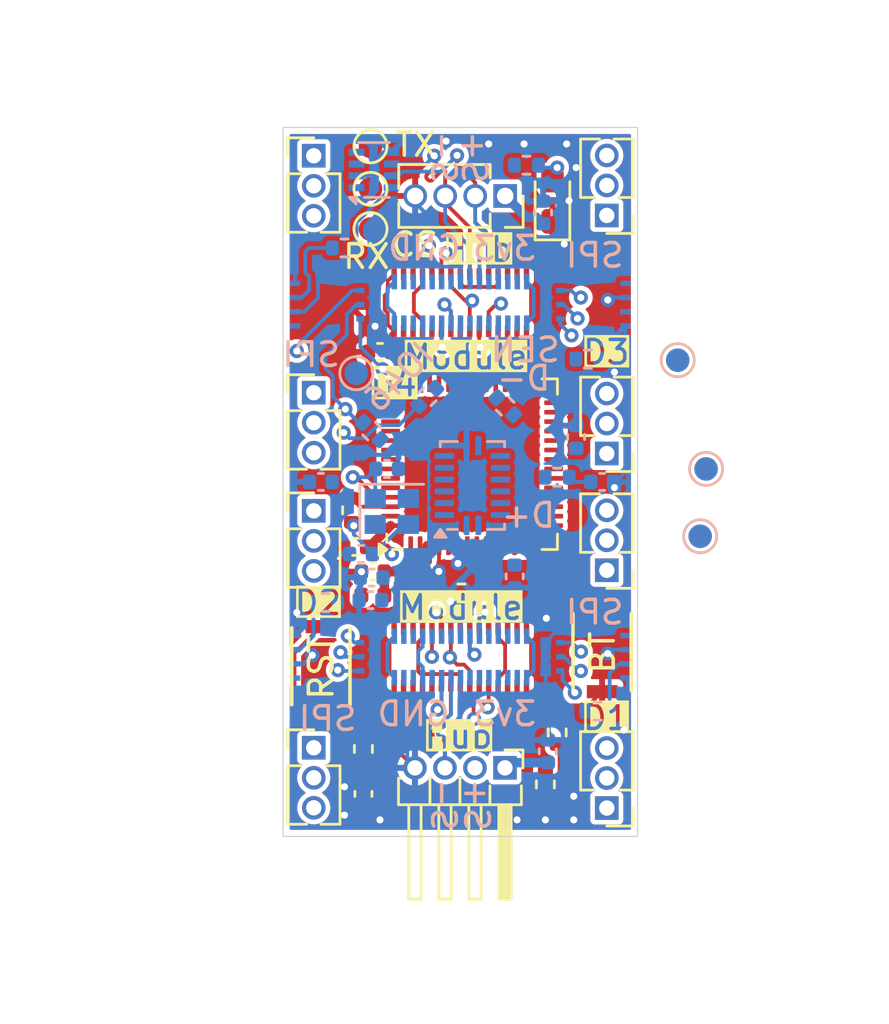
<source format=kicad_pcb>
(kicad_pcb (version 20240108) (generator "pcbnew") (generator_version "8.0")
  (title_block (title "CACKLE - Hub") (date "2024-10-20") (rev "V1") (comment 1 "Licensed under CERN-OHL-S v2") (comment 2 "Author: Asher Edwards"))
  (layers (0 "F.Cu" signal) (1 "In1.Cu" signal) (2 "In2.Cu" signal) (3 "In3.Cu" signal) (4 "In4.Cu" signal) (31 "B.Cu" signal) (34 "B.Paste" user) (35 "F.Paste" user) (36 "B.SilkS" user "B.Silkscreen") (37 "F.SilkS" user "F.Silkscreen") (38 "B.Mask" user) (39 "F.Mask" user) (44 "Edge.Cuts" user))
  (net 0 "")
  (net 1 "VDD")
  (net 2 "GND")
  (net 3 "Net-(C4-Pad1)")
  (net 4 "Net-(U1-XTAL_P)")
  (net 5 "Net-(U1-XTAL_N)")
  (net 6 "NRST")
  (net 7 "Net-(D1-A)")
  (net 8 "1B")
  (net 9 "1A")
  (net 10 "1C")
  (net 11 "1CSA-B")
  (net 12 "1CSA-A")
  (net 13 "MISO1")
  (net 14 "CS1")
  (net 15 "MOSI1")
  (net 16 "SCK1")
  (net 17 "2C")
  (net 18 "2B")
  (net 19 "2A")
  (net 20 "CS2")
  (net 21 "2CSA-B")
  (net 22 "2CSA-A")
  (net 23 "3A")
  (net 24 "3C")
  (net 25 "3B")
  (net 26 "CS3")
  (net 27 "3CSA-B")
  (net 28 "3CSA-A")
  (net 29 "4A")
  (net 30 "4C")
  (net 31 "4B")
  (net 32 "CS4")
  (net 33 "4CSA-B")
  (net 34 "4CSA-A")
  (net 35 "CS8")
  (net 36 "Free1")
  (net 37 "SCL1")
  (net 38 "CS7")
  (net 39 "SDA1")
  (net 40 "CS5")
  (net 41 "CS6")
  (net 42 "Net-(U1-GPIO3)")
  (net 43 "Net-(U1-MTCK)")
  (net 44 "Net-(U1-MTDO)")
  (net 45 "Net-(U1-MTDI)")
  (net 46 "LED")
  (net 47 "RS485-")
  (net 48 "RS485+")
  (net 49 "BOOT")
  (net 50 "ShiftCLK")
  (net 51 "ShiftData")
  (net 52 "UART0-RTS{slash}CS0")
  (net 53 "Net-(U1-GPIO46)")
  (net 57 "ShiftRegCLK")
  (net 58 "ShiftEn")
  (net 59 "UART0_TX")
  (net 62 "UART0_RX")
  (net 68 "Free2")
  (net 69 "Net-(C11-Pad1)")
  (net 87 "unconnected-(J17-Pin_21-Pad21)")
  (footprint "LED_SMD:LED_0603_1608Metric_Pad1.05x0.95mm_HandSolder" (layer "F.Cu") (at 159.3 84.9 90)
    (property "Reference" "D1" (hide yes))
    (property "Value" "2.6~3.1 Fv Green 5ma")
  )
  (footprint "Resistor_SMD:R_0402_1005Metric" (layer "F.Cu") (at 155.45 101.5 180)
    (property "Reference" "R1" (hide yes))
    (property "Value" "100k")
  )
  (footprint "Connector_PinHeader_1.27mm:PinHeader_1x04_P1.27mm_Horizontal" (layer "F.Cu") (at 157.29 108.9 -90)
    (property "Reference" "J22" (hide yes))
    (property "Value" "1.27mm 4 pin header")
  )
  (footprint "Capacitor_SMD:C_0402_1005Metric" (layer "F.Cu") (at 151.3 110 -90)
    (property "Reference" "C13" (hide yes))
    (property "Value" "1uF")
  )
  (footprint "Capacitor_SMD:C_0402_1005Metric" (layer "F.Cu") (at 152 91.3 180)
    (property "Reference" "C10" (hide yes))
    (property "Value" "0.1uF")
  )
  (footprint "TestPoint:TestPoint_Pad_D1.0mm" (layer "F.Cu") (at 151.6 84.4)
    (property "Reference" "TP20" (hide yes))
    (property "Value" "CS0")
  )
  (footprint "Resistor_SMD:R_0402_1005Metric" (layer "F.Cu") (at 159.5 107.4 90)
    (property "Reference" "R8" (hide yes))
    (property "Value" "10k")
  )
  (footprint "Connector_PinHeader_1.27mm:PinHeader_1x03_P1.27mm_Vertical" (layer "F.Cu") (at 149.2 93.025)
    (property "Reference" "J10" (hide yes))
    (property "Value" "1.27mm 3pin socket")
  )
  (footprint "Connector_PinHeader_1.27mm:PinHeader_1x03_P1.27mm_Vertical" (layer "F.Cu") (at 149.2 98.025)
    (property "Reference" "J6" (hide yes))
    (property "Value" "1.27mm 3pin socket")
  )
  (footprint "Capacitor_SMD:C_0402_1005Metric" (layer "F.Cu") (at 151.7 100.6 180)
    (property "Reference" "C4" (hide yes))
    (property "Value" "0.1uF")
  )
  (footprint "TestPoint:TestPoint_Pad_D1.0mm" (layer "F.Cu") (at 151.6 86.1)
    (property "Reference" "TP2" (hide yes))
    (property "Value" "RX")
  )
  (footprint "Connector_PinHeader_1.27mm:PinHeader_1x03_P1.27mm_Vertical" (layer "F.Cu") (at 161.6 110.6 180)
    (property "Reference" "J2" (hide yes))
    (property "Value" "1.27mm 3pin socket")
  )
  (footprint "Misumi switches:R-667995_MIT" (layer "F.Cu") (at 149.5 104.6 90)
    (property "Reference" "SW2" (hide yes))
    (property "Value" "Mitsumi R-667996")
  )
  (footprint "Connector_PinHeader_1.27mm:PinHeader_1x03_P1.27mm_Vertical" (layer "F.Cu") (at 161.6 100.54 180)
    (property "Reference" "J1" (hide yes))
    (property "Value" "1.27mm 3pin socket")
  )
  (footprint "Connector_PinHeader_1.27mm:PinHeader_1x03_P1.27mm_Vertical" (layer "F.Cu") (at 161.6 85.525 180)
    (property "Reference" "J7" (hide yes))
    (property "Value" "1.27mm 3pin socket")
  )
  (footprint "Misumi switches:R-667995_MIT" (layer "F.Cu") (at 161.4 104 90)
    (property "Reference" "SW1" (hide yes))
    (property "Value" "Mitsumi R-667996")
  )
  (footprint "Resistor_SMD:R_0402_1005Metric" (layer "F.Cu") (at 159 109.6 90)
    (property "Reference" "R9" (hide yes))
    (property "Value" "10k")
  )
  (footprint "Inductor_SMD:L_0402_1005Metric" (layer "F.Cu") (at 151.7 101.6 180)
    (property "Reference" "FB1" (hide yes))
    (property "Value" "120ohm imp @100mhz, 1 amp")
  )
  (footprint "Package_DFN_QFN:QFN-56-1EP_7x7mm_P0.4mm_EP4x4mm" (layer "F.Cu") (at 155.9 96.05 90)
    (property "Reference" "U1" (hide yes))
    (property "Value" "ESP32-S3")
  )
  (footprint "Connector_PinHeader_1.27mm:PinHeader_1x03_P1.27mm_Vertical" (layer "F.Cu") (at 149.2 83)
    (property "Reference" "J12" (hide yes))
    (property "Value" "1.27mm 3pin socket")
  )
  (footprint "custom_testpoints:TE_mezzanine_rec_3-2363961-0" (layer "F.Cu") (at 155.4 89.3)
    (property "Reference" "J16" (hide yes))
    (property "Value" "TE 3-2363961-0 receptacle")
  )
  (footprint "Connector_PinSocket_1.27mm:PinSocket_1x04_P1.27mm_Vertical" (layer "F.Cu") (at 157.3 84.7 -90)
    (property "Reference" "J21" (hide yes))
    (property "Value" "1.27mm 4 pin socket")
  )
  (footprint "Resistor_SMD:R_0402_1005Metric" (layer "F.Cu") (at 151.3 108.1 90)
    (property "Reference" "R7" (hide yes))
    (property "Value" "10k")
  )
  (footprint "Resistor_SMD:R_0402_1005Metric" (layer "F.Cu") (at 150.8 98 90)
    (property "Reference" "R6" (hide yes))
    (property "Value" "22 ohm")
  )
  (footprint "Connector_PinHeader_1.27mm:PinHeader_1x03_P1.27mm_Vertical" (layer "F.Cu") (at 149.2 108.05)
    (property "Reference" "J4" (hide yes))
    (property "Value" "1.27mm 3pin socket")
  )
  (footprint "Connector_PinHeader_1.27mm:PinHeader_1x03_P1.27mm_Vertical" (layer "F.Cu") (at 161.6 95.6 180)
    (property "Reference" "J9" (hide yes))
    (property "Value" "1.27mm 3pin socket")
  )
  (footprint "Capacitor_SMD:C_0402_1005Metric" (layer "F.Cu") (at 150.95 99.55)
    (property "Reference" "C6" (hide yes))
    (property "Value" "0.1uF")
  )
  (footprint "TestPoint:TestPoint_Pad_D1.0mm" (layer "F.Cu") (at 151.6 82.6)
    (property "Reference" "TP3" (hide yes))
    (property "Value" "TX")
  )
  (footprint "custom_testpoints:TE_mezzanine_rec_3-2363961-0" (layer "F.Cu") (at 155.4 104.3)
    (property "Reference" "J13" (hide yes))
    (property "Value" "TE 3-2363961-0 receptacle")
  )
  (footprint "Resistor_SMD:R_0402_1005Metric" (layer "B.Cu") (at 158.2 83.4)
    (property "Reference" "R10" (hide yes))
    (property "Value" "80.6 ohm")
  )
  (footprint "Capacitor_SMD:C_0402_1005Metric" (layer "B.Cu") (at 158.9 85.4 90)
    (property "Reference" "C1" (hide yes))
    (property "Value" "22uF")
  )
  (footprint "Package_DFN_QFN:DHVQFN-16-1EP_2.5x3.5mm_P0.5mm_EP1x2mm" (layer "B.Cu") (at 155.9125 96.95)
    (property "Reference" "U2" (hide yes))
    (property "Value" "74HC595")
  )
  (footprint "Capacitor_SMD:C_0402_1005Metric" (layer "B.Cu") (at 149.5 96.8)
    (property "Reference" "C9" (hide yes))
    (property "Value" "1uF")
  )
  (footprint "Capacitor_SMD:C_0402_1005Metric" (layer "B.Cu") (at 151.65 100.85 180)
    (property "Reference" "C2" (hide yes))
    (property "Value" "1uF")
  )
  (footprint "Resistor_SMD:R_0402_1005Metric" (layer "B.Cu") (at 157.3 93.6 -45)
    (property "Reference" "R3" (hide yes))
    (property "Value" "33ohm")
  )
  (footprint "Capacitor_SMD:C_0402_1005Metric" (layer "B.Cu") (at 152.3 96.25)
    (property "Reference" "C12" (hide yes))
    (property "Value" "12pF")
  )
  (footprint "Crystal:Crystal_SMD_2016-4Pin_2.0x1.6mm" (layer "B.Cu") (at 152.5 98.05)
    (property "Reference" "Y1" (hide yes))
    (property "Value" "ABM11-40.000MHZ-B1U-T3, 10ppm, 10pF")
  )
  (footprint "TestPoint:TestPoint_Pad_D1.0mm" (layer "B.Cu") (at 151 92.2 180)
    (property "Reference" "TP4" (hide yes))
    (property "Value" "IO46")
  )
  (footprint "custom_testpoints:TE_mezzanine_conn_3-2363962-0" (layer "B.Cu") (at 155.4 104.2 180)
    (property "Reference" "J14" (hide yes))
    (property "Value" "TE 3-2363962-0 Connector" (hide yes))
  )
  (footprint "Capacitor_SMD:C_0402_1005Metric" (layer "B.Cu") (at 160.3 94.9 90)
    (property "Reference" "C7" (hide yes))
    (property "Value" "1uF")
  )
  (footprint "Resistor_SMD:R_0402_1005Metric" (layer "B.Cu") (at 150.5 86.9 180)
    (property "Reference" "R20" (hide yes))
    (property "Value" "10k")
  )
  (footprint "Resistor_SMD:R_0402_1005Metric" (layer "B.Cu") (at 154 93.2 -135)
    (property "Reference" "R4" (hide yes))
    (property "Value" "33ohm")
  )
  (footprint "TestPoint:TestPoint_Pad_D1.0mm" (layer "B.Cu") (at 165.8 96.25 180)
    (property "Reference" "TP14" (hide yes))
    (property "Value" "SER")
  )
  (footprint "custom_Interface_HID:fpc_7pin_0.3mm_connector Panasonic" (layer "B.Cu") (at 149.7 89.3 90)
    (property "Reference" "J11" (hide yes))
    (property "Value" "7 pin FPC 0.3mm Panasonic Y3b")
  )
  (footprint "Capacitor_SMD:C_0402_1005Metric" (layer "B.Cu") (at 157.7 100.8 -90)
    (property "Reference" "C8" (hide yes))
    (property "Value" "0.1uF")
  )
  (footprint "Capacitor_SMD:C_0402_1005Metric" (layer "B.Cu") (at 151.2 99.85 180)
    (property "Reference" "C11" (hide yes))
    (property "Value" "12pF")
  )
  (footprint "custom_testpoints:TE_mezzanine_conn_3-2363962-0" (layer "B.Cu") (at 155.4 89.2 180)
    (property "Reference" "J17" (hide yes))
    (property "Value" "TE 3-2363962-0 Connector" (hide yes))
  )
  (footprint "TestPoint:TestPoint_Pad_D1.0mm" (layer "B.Cu") (at 164.6 91.65 180)
    (property "Reference" "TP1" (hide yes))
    (property "Value" "S-EN")
  )
  (footprint "Resistor_SMD:R_0402_1005Metric" (layer "B.Cu") (at 160.8 91.6)
    (property "Reference" "R19" (hide yes))
    (property "Value" "10k")
  )
  (footprint "custom_Interface_HID:fpc_7pin_0.3mm_connector Panasonic" (layer "B.Cu") (at 161.1 89.3 -90)
    (property "Reference" "J8" (hide yes))
    (property "Value" "7 pin FPC 0.3mm Panasonic Y3b")
  )
  (footprint "TestPoint:TestPoint_Pad_D1.0mm" (layer "B.Cu") (at 165.55 99.1 180)
    (property "Reference" "TP12" (hide yes))
    (property "Value" "SRCLK")
  )
  (footprint "Capacitor_SMD:C_0402_1005Metric" (layer "B.Cu") (at 159.1 108.2 90)
    (property "Reference" "C14" (hide yes))
    (property "Value" "22uF")
  )
  (footprint "Resistor_SMD:R_0402_1005Metric" (layer "B.Cu") (at 159.5 96.6)
    (property "Reference" "R11" (hide yes))
    (property "Value" "10k")
  )
  (footprint "Package_TO_SOT_SMD:SOT-583-8" (layer "B.Cu") (at 151.75 83.6)
    (property "Reference" "U3" (hide yes))
    (property "Value" "THVD1420DRLR")
  )
  (footprint "Resistor_SMD:R_0402_1005Metric" (layer "B.Cu") (at 149.7 101.9 180)
    (property "Reference" "R18" (hide yes))
    (property "Value" "10k")
  )
  (footprint "custom_Interface_HID:fpc_7pin_0.3mm_connector Panasonic" (layer "B.Cu") (at 149.7 104.2 90)
    (property "Reference" "J5" (hide yes))
    (property "Value" "7 pin FPC 0.3mm Panasonic Y3b")
  )
  (footprint "Capacitor_SMD:C_0402_1005Metric" (layer "B.Cu") (at 161.4 96.8)
    (property "Reference" "C5" (hide yes))
    (property "Value" "0.1uF")
  )
  (footprint "Resistor_SMD:R_0402_1005Metric" (layer "B.Cu") (at 161.21 106.5)
    (property "Reference" "R2" (hide yes))
    (property "Value" "10k")
  )
  (footprint "Capacitor_SMD:C_0402_1005Metric" (layer "B.Cu") (at 151.6 101.8 180)
    (property "Reference" "C3" (hide yes))
    (property "Value" "0.1uF")
  )
  (footprint "custom_Interface_HID:fpc_7pin_0.3mm_connector Panasonic" (layer "B.Cu") (at 161.1 104.2 -90)
    (property "Reference" "J3" (hide yes))
    (property "Value" "7 pin FPC 0.3mm Panasonic Y3b")
  )
  (footprint "Resistor_SMD:R_0402_1005Metric" (layer "B.Cu") (at 151.65 94.65 135)
    (property "Reference" "R5" (hide yes))
    (property "Value" "33ohm")
  )
  (gr_rect (start 147.9 81.8) (end 162.9 111.8) (stroke (width 0.05)) (fill none) (layer "Edge.Cuts"))
  (gr_text "S-" (at 154.1 84.25 -90) (layer "B.SilkS") (effects (font (size 1 1)) (justify left bottom mirror)))
  (gr_text "SPI" (at 162.4 87.8 0) (layer "B.SilkS") (effects (font (size 1 1)) (justify left bottom mirror)))
  (gr_text "SPI" (at 150.4 92 0) (layer "B.SilkS") (effects (font (size 1 1)) (justify left bottom mirror)))
  (gr_text "D-" (at 159.3 93 0) (layer "B.SilkS") (effects (font (size 1 1)) (justify left bottom mirror)))
  (gr_text "GND" (at 155.5 87.5 0) (layer "B.SilkS") (effects (font (size 1 1)) (justify left bottom mirror)))
  (gr_text "S+" (at 155.4 84.25 -90) (layer "B.SilkS") (effects (font (size 1 1)) (justify left bottom mirror)))
  (gr_text "3v3" (at 158.7 87.5 -0) (layer "B.SilkS") (effects (font (size 1 1)) (justify left bottom mirror)))
  (gr_text "SPI" (at 151.1 107.4 0) (layer "B.SilkS") (effects (font (size 1 1)) (justify left bottom mirror)))
  (gr_text "SPI" (at 162.4 102.9 0) (layer "B.SilkS") (effects (font (size 1 1)) (justify left bottom mirror)))
  (gr_text "3v3" (at 158.7 107.2 0) (layer "B.SilkS") (effects (font (size 1 1)) (justify left bottom mirror)))
  (gr_text "IO46" (at 154.5 91.5 45) (layer "B.SilkS") (effects (font (size 1 1)) (justify left bottom mirror)))
  (gr_text "GND" (at 151.8 107.2 0) (layer "B.SilkS") (effects (font (size 1 1)) (justify right bottom mirror)))
  (gr_text "D+" (at 159.5 98.8 0) (layer "B.SilkS") (effects (font (size 1 1)) (justify left bottom mirror)))
  (gr_text "S-" (at 154.1 111.65 -90) (layer "B.SilkS") (effects (font (size 1 1)) (justify left bottom mirror)))
  (gr_text "S+" (at 155.5 111.65 -90) (layer "B.SilkS") (effects (font (size 1 1)) (justify left bottom mirror)))
  (gr_text "SEN" (at 159.7 91.8 0) (layer "B.SilkS") (effects (font (size 1 1)) (justify left bottom mirror)))
  (gr_text "D2" (at 148.3 102.5 0) (layer "F.SilkS" knockout) (effects (font (size 1 1)) (justify left bottom)))
  (gr_text "CS" (at 152.4 87.35 0) (layer "F.SilkS") (effects (font (size 1 1)) (justify left bottom)))
  (gr_text "Hub" (at 153.8 108.15 0) (layer "F.SilkS" knockout) (effects (font (size 1 1)) (justify left bottom)))
  (gr_text "D3" (at 160.5 91.9 0) (layer "F.SilkS" knockout) (effects (font (size 1 1)) (justify left bottom)))
  (gr_text "D1" (at 160.49 107.365 0) (layer "F.SilkS" knockout) (effects (font (size 1 1)) (justify left bottom)))
  (gr_text "Hub" (at 154.65 87.55 0) (layer "F.SilkS" knockout) (effects (font (size 1 1)) (justify left bottom)))
  (gr_text "BT" (at 162 105 90) (layer "F.SilkS") (effects (font (size 1 1)) (justify left bottom)))
  (gr_text "RX" (at 150.35 87.85 0) (layer "F.SilkS") (effects (font (size 1 1)) (justify left bottom)))
  (gr_text "Module" (at 152.7 102.7 0) (layer "F.SilkS" knockout) (effects (font (size 1 1)) (justify left bottom)))
  (gr_text "D4" (at 151.5 93.25 0) (layer "F.SilkS" knockout) (effects (font (size 1 1)) (justify left bottom)))
  (gr_text "Module" (at 152.9 92.1 0) (layer "F.SilkS" knockout) (effects (font (size 1 1)) (justify left bottom)))
  (gr_text "TX" (at 152.55 83.1 0) (layer "F.SilkS") (effects (font (size 1 1)) (justify left bottom)))
  (gr_text "RST" (at 150.1 106.1 90) (layer "F.SilkS") (effects (font (size 1 1)) (justify left bottom)))
  (segment (start 152.506838 99.856838) (end 152.2 99.55) (width 0.4) (layer "F.Cu") (net 1))
  (segment (start 152.2 89.52402) (end 152.2 88.91598) (width 0.16) (layer "F.Cu") (net 1))
  (segment (start 159.5 107.91) (end 159.6 108.01) (width 0.16) (layer "F.Cu") (net 1))
  (segment (start 152.2 99.55) (end 151.43 99.55) (width 0.4) (layer "F.Cu") (net 1))
  (segment (start 152.33 88.29) (end 152.6 88.02) (width 0.16) (layer "F.Cu") (net 1))
  (segment (start 151.22 101.595) (end 151.215 101.6) (width 0.4) (layer "F.Cu") (net 1))
  (segment (start 152.48 91.3) (end 152.48 90.54) (width 0.16) (layer "F.Cu") (net 1))
  (segment (start 152.6 90.42) (end 152.33 90.15) (width 0.16) (layer "F.Cu") (net 1))
  (segment (start 152.33 88.78598) (end 152.33 88.29) (width 0.16) (layer "F.Cu") (net 1))
  (segment (start 152.2 88.91598) (end 152.33 88.78598) (width 0.16) (layer "F.Cu") (net 1))
  (segment (start 151.43 99.55) (end 151.55 99.55) (width 0.4) (layer "F.Cu") (net 1))
  (segment (start 152.6 87.92402) (end 152.6 88.02) (width 0.16) (layer "F.Cu") (net 1))
  (segment (start 152.48 90.54) (end 152.6 90.42) (width 0.16) (layer "F.Cu") (net 1))
  (segment (start 151.55 99.55) (end 152.45 98.65) (width 0.4) (layer "F.Cu") (net 1))
  (segment (start 152.33 90.15) (end 152.33 89.65402) (width 0.16) (layer "F.Cu") (net 1))
  (segment (start 159.6 109.51) (end 159.005 110.105) (width 0.16) (layer "F.Cu") (net 1))
  (segment (start 159 110.11) (end 159.005 110.105) (width 0.16) (layer "F.Cu") (net 1))
  (segment (start 159.6 108.01) (end 159.6 109.51) (width 0.16) (layer "F.Cu") (net 1))
  (segment (start 152.33 89.65402) (end 152.2 89.52402) (width 0.16) (layer "F.Cu") (net 1))
  (via (at 152.506838 99.856838) (size 0.6) (drill 0.3) (layers "F.Cu" "B.Cu") (net 1))
  (segment (start 152.315 104.785) (end 152.61 105.08) (width 0.16) (layer "B.Cu") (net 1))
  (segment (start 151.01 85.83) (end 151.01 86.9) (width 0.16) (layer "B.Cu") (net 1))
  (segment (start 158.9 85.88) (end 158.935381 85.844619) (width 0.4) (layer "B.Cu") (net 1))
  (segment (start 157.3 84.7) (end 158.2 85.6) (width 0.4) (layer "B.Cu") (net 1))
  (segment (start 157.51 108.68) (end 159.1 108.68) (width 0.4) (layer "B.Cu") (net 1))
  (segment (start 152.315 89.393844) (end 152.315 88.625) (width 0.16) (layer "B.Cu") (net 1))
  (segment (start 159.005 108.775) (end 159.1 108.68) (width 0.16) (layer "B.Cu") (net 1))
  (segment (start 152.61 90.08) (end 152.61 89.688844) (width 0.16) (layer "B.Cu") (net 1))
  (segment (start 158.21 90.08) (end 158.5 89.79) (width 0.16) (layer "B.Cu") (net 1))
  (segment (start 160.92 96.8) (end 160.21 96.8) (width 0.16) (layer "B.Cu") (net 1))
  (segment (start 158.5 103.62) (end 158.5 104.79) (width 0.16) (layer "B.Cu") (net 1))
  (segment (start 152.49 84.35) (end 151.01 85.83) (width 0.16) (layer "B.Cu") (net 1))
  (segment (start 158.62 85.6) (end 158.9 85.88) (width 0.4) (layer "B.Cu") (net 1))
  (segment (start 158.2 85.6) (end 158.62 85.6) (width 0.4) (layer "B.Cu") (net 1))
  (segment (start 157.29 108.9) (end 157.51 108.68) (width 0.4) (layer "B.Cu") (net 1))
  (segment (start 158.5 89.79) (end 158.5 88.62) (width 0.16) (layer "B.Cu") (net 1))
  (segment (start 158.9 85.88) (end 158.78 85.88) (width 0.16) (layer "B.Cu") (net 1))
  (segment (start 160.21 96.8) (end 160.01 96.6) (width 0.16) (layer "B.Cu") (net 1))
  (segment (start 152.315 88.625) (end 152.61 88.33) (width 0.16) (layer "B.Cu") (net 1))
  (segment (start 152.61 89.688844) (end 152.315 89.393844) (width 0.16) (layer "B.Cu") (net 1))
  (segment (start 152.315 103.625) (end 152.315 104.785) (width 0.16) (layer "B.Cu") (net 1))
  (segment (start 152.61 103.33) (end 152.315 103.625) (width 0.16) (layer "B.Cu") (net 1))
  (segment (start 158.21 103.33) (end 158.5 103.62) (width 0.16) (layer "B.Cu") (net 1))
  (segment (start 158.5 104.79) (end 158.21 105.08) (width 0.16) (layer "B.Cu") (net 1))
  (segment (start 158.5 88.62) (end 158.21 88.33) (width 0.16) (layer "B.Cu") (net 1))
  (segment (start 153.62 103.58) (end 153.62 104.82) (width 0.16) (layer "F.Cu") (net 2))
  (segment (start 153.48 109.68) (end 153.48 108.9) (width 0.16) (layer "F.Cu") (net 2))
  (segment (start 155.4 88.4) (end 155.55 88.55) (width 0.16) (layer "F.Cu") (net 2))
  (segment (start 155.55 88.55) (end 156.88 88.55) (width 0.16) (layer "F.Cu") (net 2))
  (segment (start 159.2 105.67) (end 159.2 105.22) (width 0.16) (layer "F.Cu") (net 2))
  (segment (start 155.4 105.42) (end 155.4 104.975) (width 0.16) (layer "F.Cu") (net 2))
  (segment (start 153.49 86.125) (end 153.49 84.7) (width 0.16) (layer "F.Cu") (net 2))
  (segment (start 153.8 88.02) (end 153.8 88.465) (width 0.16) (layer "F.Cu") (net 2))
  (segment (start 153.845 104.93) (end 153.8 104.975) (width 0.16) (layer "F.Cu") (net 2))
  (segment (start 155.4 104.975) (end 155.355 104.93) (width 0.16) (layer "F.Cu") (net 2))
  (segment (start 151.793613 90.212371) (end 151.52 90.485984) (width 0.16) (layer "F.Cu") (net 2))
  (segment (start 149.5 106.2764) (end 149.839546 106.2764) (width 0.16) (layer "F.Cu") (net 2))
  (segment (start 153.62 104.82) (end 153.8 105) (width 0.16) (layer "F.Cu") (net 2))
  (segment (start 157 91.2) (end 157 90.42) (width 0.16) (layer "F.Cu") (net 2))
  (segment (start 157.04 105.998819) (end 157.04 106.001664) (width 0.16) (layer "F.Cu") (net 2))
  (segment (start 153.8 88.465) (end 153.435924 88.829076) (width 0.16) (layer "F.Cu") (net 2))
  (segment (start 153.49 87.071768) (end 153.49 86.125) (width 0.16) (layer "F.Cu") (net 2))
  (segment (start 151.6 88.22) (end 151.6 90.22) (width 0.4) (layer "F.Cu") (net 2))
  (segment (start 153.8 105.856568) (end 153.41577 106.240798) (width 0.16) (layer "F.Cu") (net 2))
  (segment (start 157 103.4) (end 157.296039 103.696039) (width 0.16) (layer "F.Cu") (net 2))
  (segment (start 155.399163 106.300837) (end 155.399163 107.12225) (width 0.16) (layer "F.Cu") (net 2))
  (segment (start 158.4 91.2) (end 157 91.2) (width 0.16) (layer "F.Cu") (net 2))
  (segment (start 149.136282 105.912682) (end 149.5 106.2764) (width 0.16) (layer "F.Cu") (net 2))
  (segment (start 155.256458 91.643542) (end 155.4 91.5) (width 0.16) (layer "F.Cu") (net 2))
  (segment (start 154.055916 91.135672) (end 154.055916 91.287218) (width 0.16) (layer "F.Cu") (net 2))
  (segment (start 153.8 90.42) (end 153.8 90.879756) (width 0.16) (layer "F.Cu") (net 2))
  (segment (start 153.435924 88.829076) (end 153.435924 89.610924) (width 0.16) (layer "F.Cu") (net 2))
  (segment (start 153.8 89.975) (end 153.8 90.42) (width 0.16) (layer "F.Cu") (net 2))
  (segment (start 159.2 102.731126) (end 159.2 103.22) (width 0.2) (layer "F.Cu") (net 2))
  (segment (start 153.8 105) (end 153.8 105.42) (width 0.16) (layer "F.Cu") (net 2))
  (segment (start 157 88.43) (end 157 88.02) (width 0.16) (layer "F.Cu") (net 2))
  (segment (start 155.4 106.3) (end 155.399163 106.300837) (width 0.16) (layer "F.Cu") (net 2))
  (segment (start 153.435924 89.610924) (end 153.8 89.975) (width 0.16) (layer "F.Cu") (net 2))
  (segment (start 155.815891 91.5) (end 155.964249 91.648358) (width 0.16) (layer "F.Cu") (net 2))
  (segment (start 157.296039 103.696039) (end 157.296039 104.803961) (width 0.16) (layer "F.Cu") (net 2))
  (segment (start 155.399163 107.12225) (end 155.696913 107.42) (width 0.16) (layer "F.Cu") (net 2))
  (segment (start 155.4 91.5) (end 155.815891 91.5) (width 0.16) (layer "F.Cu") (net 2))
  (segment (start 155.4 105.42) (end 155.4 106.3) (width 0.16) (layer "F.Cu") (net 2))
  (segment (start 149.136282 104.132393) (end 149.136282 105.912682) (width 0.16) (layer "F.Cu") (net 2))
  (segment (start 151.17 100.85) (end 151.37 100.65) (width 0.2) (layer "F.Cu") (net 2))
  (segment (start 156.88 88.55) (end 157 88.43) (width 0.16) (layer "F.Cu") (net 2))
  (segment (start 156.8 91.4) (end 157 91.2) (width 0.16) (layer "F.Cu") (net 2))
  (segment (start 153.8 103.4) (end 153.62 103.58) (width 0.16) (layer "F.Cu") (net 2))
  (segment (start 157 105.1) (end 157 105.42) (width 0.16) (layer "F.Cu") (net 2))
  (segment (start 158.1 107.45) (end 158.1 110) (width 0.16) (layer "F.Cu") (net 2))
  (segment (start 155.025 86.125) (end 153.49 86.125) (width 0.16) (layer "F.Cu") (net 2))
  (segment (start 157.296039 104.803961) (end 157 105.1) (width 0.16) (layer "F.Cu") (net 2))
  (segment (start 155.4 86.5) (end 155.025 86.125) (width 0.16) (layer "F.Cu") (net 2))
  (segment (start 149.839546 106.2764) (end 149.859999 106.255947) (width 0.16) (layer "F.Cu") (net 2))
  (segment (start 156.88 107.42) (end 157.2 107.1) (width 0.16) (layer "F.Cu") (net 2))
  (segment (start 155.964249 91.648358) (end 156.551642 91.648358) (width 0.16) (layer "F.Cu") (net 2))
  (segment (start 157 103.02) (end 157 103.4) (width 0.16) (layer "F.Cu") (net 2))
  (segment (start 153.41577 106.38423) (end 152.945531 106.854469) (width 0.16) (layer "F.Cu") (net 2))
  (segment (start 160.819932 106.256468) (end 159.786468 106.256468) (width 0.16) (layer "F.Cu") (net 2))
  (segment (start 154.055916 91.287218) (end 154.41224 91.643542) (width 0.16) (layer "F.Cu") (net 2))
  (segment (start 154.41224 91.643542) (end 155.256458 91.643542) (width 0.16) (layer "F.Cu") (net 2))
  (segment (start 153.41577 106.240798) (end 153.41577 106.38423) (width 0.16) (layer "F.Cu") (net 2))
  (segment (start 157.2 106.161664) (end 157.2 107.1) (width 0.16) (layer "F.Cu") (net 2))
  (segment (start 155.4 88.02) (end 155.4 86.5) (width 0.16) (layer "F.Cu") (net 2))
  (segment (start 151.785984 90.22) (end 151.6 90.22) (width 0.16) (layer "F.Cu") (net 2))
  (segment (start 158.1 110) (end 153.8 110) (width 0.16) (layer "F.Cu") (net 2))
  (segment (start 158.049918 107.399918) (end 158.1 107.45) (width 0.16) (layer "F.Cu") (net 2))
  (segment (start 155.696913 107.42) (end 156.88 107.42) (width 0.16) (layer "F.Cu") (net 2))
  (segment (start 159.04 102.571126) (end 159.2 102.731126) (width 0.2) (layer "F.Cu") (net 2))
  (segment (start 154.982015 101.859847) (end 155.047277 101.794585) (width 0.16) (layer "F.Cu") (net 2))
  (segment (start 155.355 104.93) (end 153.845 104.93) (width 0.16) (layer "F.Cu") (net 2))
  (segment (start 153.8 104.975) (end 153.8 105.42) (width 0.16) (layer "F.Cu") (net 2))
  (segment (start 159.2 90.22) (end 159.2 90.4) (width 0.16) (layer "F.Cu") (net 2))
  (segment (start 157.04 106.001664) (end 157.2 106.161664) (width 0.16) (layer "F.Cu") (net 2))
  (segment (start 157 105.42) (end 157 105.958819) (width 0.16) (layer "F.Cu") (net 2))
  (segment (start 151.793613 90.212371) (end 151.785984 90.22) (width 0.16) (layer "F.Cu") (net 2))
  (segment (start 151.52 90.485984) (end 151.52 91.3) (width 0.16) (layer "F.Cu") (net 2))
  (segment (start 154.982015 101.859847) (end 155.4 102.277832) (width 0.16) (layer "F.Cu") (net 2))
  (segment (start 155.4 102.277832) (end 155.4 103.02) (width 0.16) (layer "F.Cu") (net 2))
  (segment (start 153.8 110) (end 153.48 109.68) (width 0.16) (layer "F.Cu") (net 2))
  (segment (start 153.8 103.4) (end 153.8 103.02) (width 0.16) (layer "F.Cu") (net 2))
  (segment (start 152.945531 108.365531) (end 153.48 108.9) (width 0.16) (layer "F.Cu") (net 2))
  (segment (start 156.551642 91.648358) (end 156.8 91.4) (width 0.16) (layer "F.Cu") (net 2))
  (segment (start 159.2 90.4) (end 158.4 91.2) (width 0.16) (layer "F.Cu") (net 2))
  (segment (start 153.8 87.381768) (end 153.49 87.071768) (width 0.16) (layer "F.Cu") (net 2))
  (segment (start 153.8 105.42) (end 153.8 105.856568) (width 0.16) (layer "F.Cu") (net 2))
  (segment (start 155.4 88.02) (end 155.4 88.4) (width 0.16) (layer "F.Cu") (net 2))
  (segment (start 152.945531 106.854469) (end 152.945531 108.365531) (width 0.16) (layer "F.Cu") (net 2))
  (segment (start 157 105.958819) (end 157.04 105.998819) (width 0.16) (layer "F.Cu") (net 2))
  (segment (start 157.499918 107.399918) (end 158.049918 107.399918) (width 0.16) (layer "F.Cu") (net 2))
  (segment (start 157.2 107.1) (end 157.499918 107.399918) (width 0.16) (layer "F.Cu") (net 2))
  (segment (start 159.786468 106.256468) (end 159.2 105.67) (width 0.16) (layer "F.Cu") (net 2))
  (segment (start 153.8 88.02) (end 153.8 87.381768) (width 0.16) (layer "F.Cu") (net 2))
  (segment (start 161.4 105.6764) (end 160.819932 106.256468) (width 0.16) (layer "F.Cu") (net 2))
  (segment (start 155.4 90.42) (end 155.4 91.5) (width 0.16) (layer "F.Cu") (net 2))
  (segment (start 153.8 90.879756) (end 154.055916 91.135672) (width 0.16) (layer "F.Cu") (net 2))
  (via (at 160.2 110.1) (size 0.6) (drill 0.3) (layers "F.Cu" "B.Cu") (net 2))
  (via (at 160.3 83.5) (size 0.6) (drill 0.3) (layers "F.Cu" "B.Cu") (net 2))
  (via (at 161.64 89.1) (size 0.6) (drill 0.3) (layers "F.Cu" "B.Cu") (net 2))
  (via (at 159.04 102.571126) (size 0.6) (drill 0.3) (layers "F.Cu" "B.Cu") (net 2))
  (via (at 161.922884 97.04) (size 0.6) (drill 0.3) (layers "F.Cu" "B.Cu") (net 2))
  (via (at 159 111.1) (size 0.6) (drill 0.3) (layers "F.Cu" "B.Cu") (net 2))
  (via (at 148.48 102.331717) (size 0.6) (drill 0.3) (layers "F.Cu" "B.Cu") (net 2))
  (via (at 151.793613 90.212371) (size 0.6) (drill 0.3) (layers "F.Cu" "B.Cu") (net 2))
  (via (at 160.2 111.1) (size 0.6) (drill 0.3) (layers "F.Cu" "B.Cu") (net 2))
  (via (at 154.8 82.38) (size 0.6) (drill 0.3) (layers "F.Cu" "B.Cu") (net 2))
  (via (at 158.1 82.5) (size 0.6) (drill 0.3) (layers "F.Cu" "B.Cu") (net 2))
  (via (at 161.922884 92.155925) (size 0.6) (drill 0.3) (layers "F.Cu" "B.Cu") (net 2))
  (via (at 154.982015 101.859847) (size 0.6) (drill 0.3) (layers "F.Cu" "B.Cu") (net 2))
  (via (at 150.5 110.9) (size 0.6) (drill 0.3) (layers "F.Cu" "B.Cu") (net 2))
  (via (at 157.8 111.1) (size 0.6) (drill 0.3) (layers "F.Cu" "B.Cu") (net 2))
  (via (at 156.6 82.5) (size 0.6) (drill 0.3) (layers "F.Cu" "B.Cu") (net 2))
  (via (at 149.136282 104.132393) (size 0.6) (drill 0.3) (layers "F.Cu" "B.Cu") (net 2))
  (via (at 162.32 107.3) (size 0.6) (drill 0.3) (layers "F.Cu" "B.Cu") (net 2))
  (via (at 152 111.1) (size 0.6) (drill 0.3) (layers "F.Cu" "B.Cu") (net 2))
  (via (at 159.8 86.73) (size 0.6) (drill 0.3) (layers "F.Cu" "B.Cu") (net 2))
  (via (at 160 84.9) (size 0.6) (drill 0.3) (layers "F.Cu" "B.Cu") (net 2))
  (via (at 151.22 100.6) (size 0.6) (drill 0.3) (layers "F.Cu" "B.Cu") (net 2))
  (via (at 150.5 109.7) (size 0.6) (drill 0.3) (layers "F.Cu" "B.Cu") (net 2))
  (via (at 161.64 104.060001) (size 0.6) (drill 0.3) (layers "F.Cu" "B.Cu") (net 2))
  (via (at 159.9 82.5) (size 0.6) (drill 0.3) (layers "F.Cu" "B.Cu") (net 2))
  (segment (start 153.725 105.765883) (end 153.725 105.865883) (width 0.16) (layer "B.Cu") (net 2))
  (segment (start 151.793613 90.396871) (end 153.041922 91.64518) (width 0.16) (layer "B.Cu") (net 2))
  (segment (start 155.4 91.1) (end 155.988358 91.688358) (width 0.16) (layer "B.Cu") (net 2))
  (segment (start 155.37 106.13) (end 155.37 107.04078) (width 0.16) (layer "B.Cu") (net 2))
  (segment (start 154.982015 101.859847) (end 155.41 102.287832) (width 0.16) (layer "B.Cu") (net 2))
  (segment (start 156.8 101.28) (end 157.7 101.28) (width 0.16) (layer "B.Cu") (net 2))
  (segment (start 153.903621 91.2) (end 153.951811 91.248189) (width 0.16) (layer "B.Cu") (net 2))
  (segment (start 161.922884 97.04) (end 161.922884 96.837116) (width 0.16) (layer "B.Cu") (net 2))
  (segment (start 153.951811 91.248189) (end 154.387163 91.683542) (width 0.16) (layer "B.Cu") (net 2))
  (segment (start 153.81 104.630244) (end 153.62 104.440244) (width 0.16) (layer "B.Cu") (net 2))
  (segment (start 159.98 84.92) (end 160 84.9) (width 0.16) (layer "B.Cu") (net 2))
  (segment (start 156.484737 91.688358) (end 157 91.173095) (width 0.16) (layer "B.Cu") (net 2))
  (segment (start 153.81 88.33) (end 153.81 87.360244) (width 0.16) (layer "B.Cu") (net 2))
  (segment (start 153.55482 91.64518) (end 153.951811 91.248189) (width 0.16) (layer "B.Cu") (net 2))
  (segment (start 156.7 107.42) (end 158.077089 107.42) (width 0.16) (layer "B.Cu") (net 2))
  (segment (start 153.81 90.889756) (end 153.9 90.979756) (width 0.16) (layer "B.Cu") (net 2))
  (segment (start 157.01 90.505) (end 157.01 90.08) (width 0.16) (layer "B.Cu") (net 2))
  (segment (start 151.81 104.77) (end 151.81 103.64) (width 0.4) (layer "B.Cu") (net 2))
  (segment (start 155.41 86.90508) (end 153.49 84.98508) (width 0.16) (layer "B.Cu") (net 2))
  (segment (start 153.81 90.08) (end 153.81 90.889756) (width 0.16) (layer "B.Cu") (net 2))
  (segment (start 157 91.387733) (end 157.339756 91.727489) (width 0.16) (layer "B.Cu") (net 2))
  (segment (start 161.922884 92.155925) (end 162.39 91.688809) (width 0.16) (layer "B.Cu") (net 2))
  (segment (start 153.9 90.979756) (end 153.9 91.2) (width 0.16) (layer "B.Cu") (net 2))
  (segment (start 156.78 107.42) (end 157.2 107) (width 0.16) (layer "B.Cu") (net 2))
  (segment (start 153.81 105.08) (end 153.81 105.680883) (width 0.16) (layer "B.Cu") (net 2))
  (segment (start 157 91.1) (end 157 90.515) (width 0.16) (layer "B.Cu") (net 2))
  (segment (start 155.37 107.04078) (end 155.74922 107.42) (width 0.16) (layer "B.Cu") (net 2))
  (segment (start 157.2 106.031665) (end 157.01 105.841665) (width 0.16) (layer "B.Cu") (net 2))
  (segment (start 153.49 86.01) (end 153.49 84.7) (width 0.16) (layer "B.Cu") (net 2))
  (segment (start 158.9 84.92) (end 159.98 84.92) (width 0.16) (layer "B.Cu") (net 2))
  (segment (start 157.01 102.422137) (end 157 102.412137) (width 0.16) (layer "B.Cu") (net 2))
  (segment (start 157.01 103.33) (end 157.01 102.422137) (width 0.16) (layer "B.Cu") (net 2))
  (segment (start 155.74922 107.42) (end 156.7 107.42) (width 0.16) (layer "B.Cu") (net 2))
  (segment (start 155.540055 101.859847) (end 156.119902 101.28) (width 0.16) (layer "B.Cu") (net 2))
  (segment (start 153.81 105.680883) (end 153.725 105.765883) (width 0.16) (layer "B.Cu") (net 2))
  (segment (start 151.17 100.85) (end 151.17 101.75) (width 0.16) (layer "B.Cu") (net 2))
  (segment (start 151.49 83.85) (end 151.875 83.465) (width 0.16) (layer "B.Cu") (net 2))
  (segment (start 151.17 101.75) (end 151.12 101.8) (width 0.16) (layer "B.Cu") (net 2))
  (segment (start 149.136282 104.132393) (end 148.768675 104.5) (width 0.16) (layer "B.Cu") (net 2))
  (segment (start 159.63 86.73) (end 159.4 86.5) (width 0.16) (layer "B.Cu") (net 2))
  (segment (start 155.41 91.09) (end 155.4 91.1) (width 0.16) (layer "B.Cu") (net 2))
  (segment (start 148.768675 104.5) (end 148.41 104.5) (width 0.16) (layer "B.Cu") (net 2))
  (segment (start 161.64 104.060001) (end 161.800001 103.9) (width 0.16) (layer "B.Cu") (net 2))
  (segment (start 151.875 83.465) (end 151.875 83.111922) (width 0.16) (layer "B.Cu") (net 2))
  (segment (start 155.988358 91.688358) (end 156.484737 91.688358) (width 0.16) (layer "B.Cu") (net 2))
  (segment (start 149.379999 87.718132) (end 149.379999 89.020001) (width 0.16) (layer "B.Cu") (net 2))
  (segment (start 151.875 83.111922) (end 152.136922 82.85) (width 0.16) (layer "B.Cu") (net 2))
  (segment (start 151.793613 90.212371) (end 151.793613 90.396871) (width 0.16) (layer "B.Cu") (net 2))
  (segment (start 155.41 105.08) (end 155.41 106.09) (width 0.16) (layer "B.Cu") (net 2))
  (segment (start 156.7 107.42) (end 156.78 107.42) (width 0.16) (layer "B.Cu") (net 2))
  (segment (start 153.49 84.98508) (end 153.49 84.7) (width 0.16) (layer "B.Cu") (net 2))
  (segment (start 157.01 105.841665) (end 157.01 105.08) (width 0.16) (layer "B.Cu") (net 2))
  (segment (start 151.81 89.77) (end 151.81 88.64) (width 0.4) (layer "B.Cu") (net 2))
  (segment (start 157.548879 86.151121) (end 157.3855 86.3145) (width 0.16) (layer "B.Cu") (net 2))
  (segment (start 155.41 90.08) (end 155.41 91.09) (width 0.16) (layer "B.Cu") (net 2))
  (segment (start 153.725 105.865883) (end 153.15577 106.435113) (width 0.16) (layer "B.Cu") (net 2))
  (segment (start 159.01 103.64) (end 159.01 104.77) (width 0.4) (layer "B.Cu") (net 2))
  (segment (start 155.41 102.287832) (end 155.41 103.33) (width 0.16) (layer "B.Cu") (net 2))
  (segment (start 151.01 83.85) (end 151.49 83.85) (width 0.16) (layer "B.Cu") (net 2))
  (segment (start 161.64 89.1) (end 161.74 89) (width 0.16) (layer "B.Cu") (net 2))
  (segment (start 162.49 107.13) (end 162.49 105.1) (width 0.16) (layer "B.Cu") (net 2))
  (segment (start 157.4 86.969297) (end 157.4 87.147452) (width 0.16) (layer "B.Cu") (net 2))
  (segment (start 153.15577 108.57577) (end 153.48 108.9) (width 0.16) (layer "B.Cu") (net 2))
  (segment (start 155.41 88.33) (end 155.41 86.90508) (width 0.16) (layer "B.Cu") (net 2))
  (segment (start 161.758809 92.32) (end 161.293481 92.32) (width 0.16) (layer "B.Cu") (net 2))
  (segment (start 161.922884 92.155925) (end 161.758809 92.32) (width 0.16) (layer "B.Cu") (net 2))
  (segment (start 154.387163 91.683542) (end 154.916458 91.683542) (width 0.16) (layer "B.Cu") (net 2))
  (segment (start 151.793613 90.212371) (end 151.793613 89.786387) (width 0.16) (layer "B.Cu") (net 2))
  (segment (start 158.61215 86.5) (end 158.263271 86.151121) (width 0.16) (layer "B.Cu") (net 2))
  (segment (start 153.62 104.440244) (end 153.62 103.959756) (width 0.16) (layer "B.Cu") (net 2))
  (segment (start 154.916458 91.683542) (end 155.4 91.2) (width 0.16) (layer "B.Cu") (net 2))
  (segment (start 160.3 93.313481) (end 160.3 94.42) (width 0.16) (layer "B.Cu") (net 2))
  (segment (start 161.74 89) (end 162.39 89) (width 0.16) (layer "B.Cu") (net 2))
  (segment (start 157 90.515) (end 157.01 90.505) (width 0.16) (layer "B.Cu") (net 2))
  (segment (start 148.41 86.79) (end 148.6 86.6) (width 0.16) (layer "B.Cu") (net 2))
  (segment (start 152.136922 82.85) (end 152.49 82.85) (width 0.16) (layer "B.Cu") (net 2))
  (segment (start 162.38 96.38) (end 162.38 92.613041) (width 0.16) (layer "B.Cu") (net 2))
  (segment (start 153.62 103.959756) (end 153.81 103.769756) (width 0.16) (layer "B.Cu") (net 2))
  (segment (start 153.9 91.2) (end 153.903621 91.2) (width 0.16) (layer "B.Cu") (net 2))
  (segment (start 148.41 102.401717) (end 148.41 103.3) (width 0.16) (layer "B.Cu") (net 2))
  (segment (start 159.01 90.59) (end 159.01 89.77) (width 0.16) (layer "B.Cu") (net 2))
  (segment (start 157.339756 91.727489) (end 157.872511 91.727489) (width 0.16) (layer "B.Cu") (net 2))
  (segment (start 153.81 105.08) (end 153.81 104.630244) (width 0.16) (layer "B.Cu") (net 2))
  (segment (start 149.379999 89.020001) (end 148.8 89.6) (width 0.16) (layer "B.Cu") (net 2))
  (segment (start 157.872511 91.727489) (end 159.01 90.59) (width 0.16) (layer "B.Cu") (net 2))
  (segment (start 157 91.1) (end 157 91.387733) (width 0.16) (layer "B.Cu") (net 2))
  (segment (start 148.48 102.331717) (end 148.3 102.331717) (width 0.16) (layer "B.Cu") (net 2))
  (segment (start 162.32 107.3) (end 162.49 107.13) (width 0.16) (layer "B.Cu") (net 2))
  (segment (start 157.01 87.537452) (end 157.01 88.33) (width 0.16) (layer "B.Cu") (net 2))
  (segment (start 154.982015 101.859847) (end 155.540055 101.859847) (width 0.16) (layer "B.Cu") (net 2))
  (segment (start 153.81 87.360244) (end 153.4 86.950244) (width 0.16) (layer "B.Cu") (net 2))
  (segment (start 153.15577 106.435113) (end 153.15577 108.57577) (width 0.16) (layer "B.Cu") (net 2))
  (segment (start 158.077089 107.42) (end 159.01 106.487089) (width 0.16) (layer "B.Cu") (net 2))
  (segment (start 157.2 107) (end 157.2 106.031665) (width 0.16) (layer "B.Cu") (net 2))
  (segment (start 153.81 103.769756) (end 153.81 103.33) (width 0.16) (layer "B.Cu") (net 2))
  (segment (start 159.01 89.77) (end 159.01 88.64) (width 0.4) (layer "B.Cu") (net 2))
  (segment (start 158.263271 86.151121) (end 157.548879 86.151121) (width 0.16) (layer "B.Cu") (net 2))
  (segment (start 161.293481 92.32) (end 160.3 93.313481) (width 0.16) (layer "B.Cu") (net 2))
  (segment (start 161.922884 96.837116) (end 162.38 96.38) (width 0.16) (layer "B.Cu") (net 2))
  (segment (start 157.3855 86.3145) (end 157.3855 86.954797) (width 0.16) (layer "B.Cu") (net 2))
  (segment (start 155.4 91.2) (end 155.4 91.1) (width 0.16) (layer "B.Cu") (net 2))
  (segment (start 159.4 86.5) (end 158.61215 86.5) (width 0.16) (layer "B.Cu") (net 2))
  (segment (start 153.4 86.1) (end 153.49 86.01) (width 0.16) (layer "B.Cu") (net 2))
  (segment (start 148.48 102.331717) (end 148.41 102.401717) (width 0.16) (layer "B.Cu") (net 2))
  (segment (start 148.8 89.6) (end 148.41 89.6) (width 0.16) (layer "B.Cu") (net 2))
  (segment (start 148.41 88.4) (end 148.41 86.79) (width 0.16) (layer "B.Cu") (net 2))
  (segment (start 157 101.48) (end 156.8 101.28) (width 0.16) (layer "B.Cu") (net 2))
  (segment (start 153.4 86.950244) (end 153.4 86.1) (width 0.16) (layer "B.Cu") (net 2))
  (segment (start 159.8 86.73) (end 159.63 86.73) (width 0.16) (layer "B.Cu") (net 2))
  (segment (start 162.38 92.613041) (end 161.922884 92.155925) (width 0.16) (layer "B.Cu") (net 2))
  (segment (start 157.3855 86.954797) (end 157.4 86.969297) (width 0.16) (layer "B.Cu") (net 2))
  (segment (start 151.793613 89.786387) (end 151.81 89.77) (width 0.16) (layer "B.Cu") (net 2))
  (segment (start 157 102.412137) (end 157 101.48) (width 0.16) (layer "B.Cu") (net 2))
  (segment (start 153.041922 91.64518) (end 153.55482 91.64518) (width 0.16) (layer "B.Cu") (net 2))
  (segment (start 155.41 106.09) (end 155.37 106.13) (width 0.16) (layer "B.Cu") (net 2))
  (segment (start 157.4 87.147452) (end 157.01 87.537452) (width 0.16) (layer "B.Cu") (net 2))
  (segment (start 157 91.173095) (end 157 91.1) (width 0.16) (layer "B.Cu") (net 2))
  (segment (start 159.01 106.487089) (end 159.01 104.77) (width 0.16) (layer "B.Cu") (net 2))
  (segment (start 156.119902 101.28) (end 156.8 101.28) (width 0.16) (layer "B.Cu") (net 2))
  (segment (start 162.39 91.688809) (end 162.39 90.2) (width 0.16) (layer "B.Cu") (net 2))
  (segment (start 161.800001 103.9) (end 162.49 103.9) (width 0.16) (layer "B.Cu") (net 2))
  (segment (start 152.185 100.605) (end 152.18 100.6) (width 0.4) (layer "F.Cu") (net 3))
  (segment (start 152.185 101.6) (end 152.185 100.605) (width 0.4) (layer "F.Cu") (net 3))
  (segment (start 152.18 100.6) (end 153.55 100.6) (width 0.4) (layer "F.Cu") (net 3))
  (segment (start 154 100.15) (end 154 99.5) (width 0.4) (layer "F.Cu") (net 3))
  (segment (start 153.55 100.6) (end 154 100.15) (width 0.4) (layer "F.Cu") (net 3))
  (segment (start 152.45 97.85) (end 151.16 97.85) (width 0.16) (layer "F.Cu") (net 4))
  (segment (start 151.16 97.85) (end 150.8 97.49) (width 0.16) (layer "F.Cu") (net 4))
  (segment (start 151.85 97.45) (end 152.45 97.45) (width 0.16) (layer "F.Cu") (net 5))
  (segment (start 151 96.6) (end 151.85 97.45) (width 0.16) (layer "F.Cu") (net 5))
  (segment (start 150.85 96.6) (end 151 96.6) (width 0.16) (layer "F.Cu") (net 5))
  (via (at 150.85 96.6) (size 0.6) (drill 0.3) (layers "F.Cu" "B.Cu") (net 5))
  (segment (start 151.8 97.5) (end 151.8 96.27) (width 0.16) (layer "B.Cu") (net 5))
  (segment (start 151.469999 96.6) (end 151.769999 96.3) (width 0.16) (layer "B.Cu") (net 5))
  (segment (start 150.85 96.6) (end 151.469999 96.6) (width 0.16) (layer "B.Cu") (net 5))
  (segment (start 151.8 96.27) (end 151.82 96.25) (width 0.16) (layer "B.Cu") (net 5))
  (segment (start 151.3 108.61) (end 149.79 107.1) (width 0.16) (layer "F.Cu") (net 6))
  (segment (start 149.79 107.1) (end 148.9165 107.1) (width 0.16) (layer "F.Cu") (net 6))
  (segment (start 154.5 100.581772) (end 154.493291 100.588481) (width 0.16) (layer "F.Cu") (net 6))
  (segment (start 148.383002 104.040598) (end 149.5 102.9236) (width 0.16) (layer "F.Cu") (net 6))
  (segment (start 154.5 99.5) (end 154.5 100.581772) (width 0.16) (layer "F.Cu") (net 6))
  (segment (start 151.3 109.52) (end 151.3 108.61) (width 0.16) (layer "F.Cu") (net 6))
  (segment (start 148.383002 106.566502) (end 148.383002 104.040598) (width 0.16) (layer "F.Cu") (net 6))
  (segment (start 148.9165 107.1) (end 148.383002 106.566502) (width 0.16) (layer "F.Cu") (net 6))
  (via (at 154.493291 100.588481) (size 0.6) (drill 0.3) (layers "F.Cu" "B.Cu") (net 6))
  (segment (start 159.3 83.7) (end 159.5 83.5) (width 0.16) (layer "F.Cu") (net 7))
  (segment (start 159.3 84.025) (end 159.3 83.7) (width 0.16) (layer "F.Cu") (net 7))
  (via (at 159.5 83.5) (size 0.6) (drill 0.3) (layers "F.Cu" "B.Cu") (net 7))
  (segment (start 158.81 83.5) (end 158.71 83.4) (width 0.16) (layer "B.Cu") (net 7))
  (segment (start 159.5 83.5) (end 158.81 83.5) (width 0.16) (layer "B.Cu") (net 7))
  (segment (start 156.6 106.293397) (end 156.6 105.42) (width 0.16) (layer "F.Cu") (net 13))
  (segment (start 157.119997 89.254998) (end 156.943064 89.254998) (width 0.16) (layer "F.Cu") (net 13))
  (segment (start 156.6 89.598062) (end 156.6 90.42) (width 0.16) (layer "F.Cu") (net 13))
  (segment (start 154.2 104.2) (end 154.2 103.02) (width 0.16) (layer "F.Cu") (net 13))
  (segment (start 156.557167 106.33623) (end 156.6 106.293397) (width 0.16) (layer "F.Cu") (net 13))
  (segment (start 157.017965 89.254998) (end 156.997724 89.275239) (width 0.16) (layer "F.Cu") (net 13))
  (segment (start 157.119997 89.254998) (end 157.017965 89.254998) (width 0.16) (layer "F.Cu") (net 13))
  (segment (start 156.943064 89.254998) (end 156.6 89.598062) (width 0.16) (layer "F.Cu") (net 13))
  (segment (start 154.07 86.8) (end 154.2 86.93) (width 0.16) (layer "F.Cu") (net 13))
  (segment (start 154.2 86.93) (end 154.2 88.02) (width 0.16) (layer "F.Cu") (net 13))
  (via (at 150.536964 93.719477) (size 0.6) (drill 0.3) (layers "F.Cu" "B.Cu") (net 13))
  (via (at 156.557167 106.33623) (size 0.6) (drill 0.3) (layers "F.Cu" "B.Cu") (net 13))
  (via (at 154.2 104.2) (size 0.6) (drill 0.3) (layers "F.Cu" "B.Cu") (net 13))
  (via (at 157.119997 89.254998) (size 0.6) (drill 0.3) (layers "F.Cu" "B.Cu") (net 13))
  (via (at 154.07 86.8) (size 0.6) (drill 0.3) (layers "F.Cu" "B.Cu") (net 13))
  (via (at 150.328227 104.010458) (size 0.6) (drill 0.3) (layers "F.Cu" "B.Cu") (net 13))
  (via (at 160.359999 89.884892) (size 0.6) (drill 0.3) (layers "F.Cu" "B.Cu") (net 13))
  (via (at 160.5 104.8) (size 0.6) (drill 0.3) (layers "F.Cu" "B.Cu") (net 13))
  (segment (start 159.775107 89.3) (end 160.359999 89.884892) (width 0.16) (layer "B.Cu") (net 13))
  (segment (start 154.2 104.2) (end 154.21 104.19) (width 0.16) (layer "B.Cu") (net 13))
  (segment (start 159.785 104.2) (end 159.73 104.2) (width 0.16) (layer "B.Cu") (net 13))
  (segment (start 149.7 91.473678) (end 150.6 90.573678) (width 0.16) (layer "B.Cu") (net 13))
  (segment (start 150.517769 104.2) (end 150.328227 104.010458) (width 0.16) (layer "B.Cu") (net 13))
  (segment (start 150.010028 92.310028) (end 149.7 92) (width 0.16) (layer "B.Cu") (net 13))
  (segment (start 151.106863 94.289376) (end 151.289376 94.289376) (width 0.16) (layer "B.Cu") (net 13))
  (segment (start 160.5 104.8) (end 160.385 104.8) (width 0.16) (layer "B.Cu") (net 13))
  (segment (start 150.010028 93.192541) (end 150.010028 92.310028) (width 0.16) (layer "B.Cu") (net 13))
  (segment (start 151.17 104.2) (end 150.517769 104.2) (width 0.16) (layer "B.Cu") (net 13))
  (segment (start 150.6 89.7) (end 151 89.3) (width 0.16) (layer "B.Cu") (net 13))
  (segment (start 151 89.3) (end 151.17 89.3) (width 0.16) (layer "B.Cu") (net 13))
  (segment (start 150.536964 93.719477) (end 151.106863 94.289376) (width 0.16) (layer "B.Cu") (net 13))
  (segment (start 159.63 89.3) (end 159.775107 89.3) (width 0.16) (layer "B.Cu") (net 13))
  (segment (start 160.385 104.8) (end 159.785 104.2) (width 0.16) (layer "B.Cu") (net 13))
  (segment (start 150.6 90.573678) (end 150.6 89.7) (width 0.16) (layer "B.Cu") (net 13))
  (segment (start 157.119997 89.254998) (end 156.943064 89.254998) (width 0.16) (layer "B.Cu") (net 13))
  (segment (start 149.7 92) (end 149.7 91.473678) (width 0.16) (layer "B.Cu") (net 13))
  (segment (start 150.536964 93.719477) (end 150.010028 93.192541) (width 0.16) (layer "B.Cu") (net 13))
  (segment (start 162.49 104.5) (end 162.11 104.5) (width 0.16) (layer "B.Cu") (net 14))
  (segment (start 162.11 104.5) (end 161.72 104.89) (width 0.16) (layer "B.Cu") (net 14))
  (segment (start 161.72 104.89) (end 161.72 106.5) (width 0.16) (layer "B.Cu") (net 14))
  (segment (start 155.96 106.810536) (end 155.96 106.04) (width 0.16) (layer "F.Cu") (net 15))
  (segment (start 156.2 90.42) (end 156.2 91.063865) (width 0.16) (layer "F.Cu") (net 15))
  (segment (start 154.6 87.32264) (end 154.6 88.02) (width 0.16) (layer "F.Cu") (net 15))
  (segment (start 154.803658 87.118982) (end 154.6 87.32264) (width 0.16) (layer "F.Cu") (net 15))
  (segment (start 155.979163 106.829699) (end 155.96 106.810536) (width 0.16) (layer "F.Cu") (net 15))
  (segment (start 156.2 91.063865) (end 156.244493 91.108358) (width 0.16) (layer "F.Cu") (net 15))
  (segment (start 156.2 105.8) (end 156.2 105.42) (width 0.16) (layer "F.Cu") (net 15))
  (segment (start 154.6 102.541261) (end 154.6 103.02) (width 0.16) (layer "F.Cu") (net 15))
  (segment (start 155.96 106.04) (end 156.2 105.8) (width 0.16) (layer "F.Cu") (net 15))
  (segment (start 154.372324 102.313585) (end 154.6 102.541261) (width 0.16) (layer "F.Cu") (net 15))
  (via (at 148.48 91.262446) (size 0.6) (drill 0.3) (layers "F.Cu" "B.Cu") (net 15))
  (via (at 160.246471 105.716468) (size 0.6) (drill 0.3) (layers "F.Cu" "B.Cu") (net 15))
  (via (at 160.107496 90.601738) (size 0.6) (drill 0.3) (layers "F.Cu" "B.Cu") (net 15))
  (via (at 150.468035 94.714566) (size 0.6) (drill 0.3) (layers "F.Cu" "B.Cu") (net 15))
  (via (at 154.372324 102.313585) (size 0.6) (drill 0.3) (layers "F.Cu" "B.Cu") (net 15))
  (via (at 150.643337 103.318859) (size 0.6) (drill 0.3) (layers "F.Cu" "B.Cu") (net 15))
  (via (at 156.244493 91.108358) (size 0.6) (drill 0.3) (layers "F.Cu" "B.Cu") (net 15))
  (via (at 155.979163 106.829699) (size 0.6) (drill 0.3) (layers "F.Cu" "B.Cu") (net 15))
  (via (at 154.803658 87.118982) (size 0.6) (drill 0.3) (layers "F.Cu" "B.Cu") (net 15))
  (segment (start 151.893294 94.406704) (end 152.143296 94.406704) (width 0.16) (layer "B.Cu") (net 15))
  (segment (start 159.73 105.199997) (end 159.73 104.8) (width 0.16) (layer "B.Cu") (net 15))
  (segment (start 160.246471 105.716468) (end 159.73 105.199997) (width 0.16) (layer "B.Cu") (net 15))
  (segment (start 152.143296 94.406704) (end 152.15 94.4) (width 0.16) (layer "B.Cu") (net 15))
  (segment (start 148.48 91.262446) (end 148.6 91.142446) (width 0.16) (layer "B.Cu") (net 15))
  (segment (start 150.829756 88.7) (end 151.17 88.7) (width 0.16) (layer "B.Cu") (net 15))
  (segment (start 148.6 91.142446) (end 148.6 90.929756) (width 0.16) (layer "B.Cu") (net 15))
  (segment (start 159.63 89.9) (end 159.63 90.124242) (width 0.16) (layer "B.Cu") (net 15))
  (segment (start 152.8 94.4) (end 153.639376 93.560624) (width 0.16) (layer "B.Cu") (net 15))
  (segment (start 148.6 90.929756) (end 150.829756 88.7) (width 0.16) (layer "B.Cu") (net 15))
  (segment (start 159.63 90.124242) (end 160.107496 90.601738) (width 0.16) (layer "B.Cu") (net 15))
  (segment (start 150.468035 94.714566) (end 150.653469 94.9) (width 0.16) (layer "B.Cu") (net 15))
  (segment (start 150.653469 94.903469) (end 150.7 94.95) (width 0.16) (layer "B.Cu") (net 15))
  (segment (start 150.653469 94.9) (end 150.653469 94.903469) (width 0.16) (layer "B.Cu") (net 15))
  (segment (start 151.17 103.6) (end 150.924478 103.6) (width 0.16) (layer "B.Cu") (net 15))
  (segment (start 151.349998 94.95) (end 151.893294 94.406704) (width 0.16) (layer "B.Cu") (net 15))
  (segment (start 150.924478 103.6) (end 150.643337 103.318859) (width 0.16) (layer "B.Cu") (net 15))
  (segment (start 152.15 94.4) (end 152.8 94.4) (width 0.16) (layer "B.Cu") (net 15))
  (segment (start 150.7 94.95) (end 151.349998 94.95) (width 0.16) (layer "B.Cu") (net 15))
  (segment (start 155.262974 104.53) (end 155.554116 104.53) (width 0.16) (layer "F.Cu") (net 16))
  (segment (start 154.959538 104.226564) (end 155 104.186102) (width 0.16) (layer "F.Cu") (net 16))
  (segment (start 155.6075 89.13) (end 155 88.5225) (width 0.16) (layer "F.Cu") (net 16))
  (segment (start 154.959538 104.226564) (end 155.262974 104.53) (width 0.16) (layer "F.Cu") (net 16))
  (segment (start 155.8 104.775884) (end 155.8 105.42) (width 0.16) (layer "F.Cu") (net 16))
  (segment (start 155.9 89.13) (end 155.6075 89.13) (width 0.16) (layer "F.Cu") (net 16))
  (segment (start 155.554116 104.53) (end 155.8 104.775884) (width 0.16) (layer "F.Cu") (net 16))
  (segment (start 155.8 89.23) (end 155.8 90.42) (width 0.16) (layer "F.Cu") (net 16))
  (segment (start 155 88.5225) (end 155 88.02) (width 0.16) (layer "F.Cu") (net 16))
  (segment (start 155.9 89.13) (end 155.8 89.23) (width 0.16) (layer "F.Cu") (net 16))
  (segment (start 155 104.186102) (end 155 103.02) (width 0.16) (layer "F.Cu") (net 16))
  (via (at 160.505908 103.98) (size 0.6) (drill 0.3) (layers "F.Cu" "B.Cu") (net 16))
  (via (at 155.9 89.13) (size 0.6) (drill 0.3) (layers "F.Cu" "B.Cu") (net 16))
  (via (at 150.216282 104.762171) (size 0.6) (drill 0.3) (layers "F.Cu" "B.Cu") (net 16))
  (via (at 152.116372 92.033553) (size 0.6) (drill 0.3) (layers "F.Cu" "B.Cu") (net 16))
  (via (at 160.5 89) (size 0.6) (drill 0.3) (layers "F.Cu" "B.Cu") (net 16))
  (via (at 154.959538 104.226564) (size 0.6) (drill 0.3) (layers "F.Cu" "B.Cu") (net 16))
  (segment (start 152.116372 92.033553) (end 151.17 91.087181) (width 0.16) (layer "B.Cu") (net 16))
  (segment (start 160.5 89) (end 160.393614 89) (width 0.16) (layer "B.Cu") (net 16))
  (segment (start 160.505908 103.98) (end 160.125908 103.6) (width 0.16) (layer "B.Cu") (net 16))
  (segment (start 160.393614 89) (end 160.093614 88.7) (width 0.16) (layer "B.Cu") (net 16))
  (segment (start 151.17 104.8) (end 150.254111 104.8) (width 0.16) (layer "B.Cu") (net 16))
  (segment (start 160.093614 88.7) (end 159.63 88.7) (width 0.16) (layer "B.Cu") (net 16))
  (segment (start 151.17 91.087181) (end 151.17 89.9) (width 0.16) (layer "B.Cu") (net 16))
  (segment (start 150.254111 104.8) (end 150.216282 104.762171) (width 0.16) (layer "B.Cu") (net 16))
  (segment (start 160.125908 103.6) (end 159.73 103.6) (width 0.16) (layer "B.Cu") (net 16))
  (segment (start 157.774437 94.074437) (end 157.660624 93.960624) (width 0.16) (layer "B.Cu") (net 16))
  (segment (start 148.41 103.9) (end 148.605 103.9) (width 0.16) (layer "B.Cu") (net 20))
  (segment (start 149.19 103.315) (end 149.19 101.9) (width 0.16) (layer "B.Cu") (net 20))
  (segment (start 148.605 103.9) (end 149.19 103.315) (width 0.16) (layer "B.Cu") (net 20))
  (segment (start 148.839999 87.060001) (end 148.839999 87.941808) (width 0.16) (layer "B.Cu") (net 32))
  (segment (start 149 88.101809) (end 149 88.68) (width 0.16) (layer "B.Cu") (net 32))
  (segment (start 148.68 89) (end 148.41 89) (width 0.16) (layer "B.Cu") (net 32))
  (segment (start 149 86.9) (end 148.839999 87.060001) (width 0.16) (layer "B.Cu") (net 32))
  (segment (start 149.99 86.9) (end 149 86.9) (width 0.16) (layer "B.Cu") (net 32))
  (segment (start 148.839999 87.941808) (end 149 88.101809) (width 0.16) (layer "B.Cu") (net 32))
  (segment (start 149 88.68) (end 148.68 89) (width 0.16) (layer "B.Cu") (net 32))
  (segment (start 155.3 99.499999) (end 155.3 100.25) (width 0.16) (layer "F.Cu") (net 34))
  (via (at 155.3 100.25) (size 0.6) (drill 0.3) (layers "F.Cu" "B.Cu") (net 34))
  (segment (start 157.805 88.015) (end 157.8 88.02) (width 0.16) (layer "F.Cu") (net 38))
  (segment (start 156.1 101.359999) (end 156.1 99.5) (width 0.16) (layer "F.Cu") (net 42))
  (segment (start 155.959999 101.5) (end 156.1 101.359999) (width 0.16) (layer "F.Cu") (net 42))
  (segment (start 154.422 107.203) (end 154.558 107.203) (width 0.16) (layer "F.Cu") (net 47))
  (segment (start 154.3 83.2) (end 154.3 83) (width 0.16) (layer "F.Cu") (net 47))
  (segment (start 155.8 103.910698) (end 155.8 103.02) (width 0.16) (layer "F.Cu") (net 47))
  (segment (start 155.998194 104.108892) (end 155.8 103.910698) (width 0.16) (layer "F.Cu") (net 47))
  (segment (start 155.8 86.03772) (end 155.8 88.02) (width 0.16) (layer "F.Cu") (net 47))
  (segment (start 154.307451 83.207451) (end 154.3 83.2) (width 0.16) (layer "F.Cu") (net 47))
  (segment (start 154.75 106.886468) (end 155 106.636468) (width 0.16) (layer "F.Cu") (net 47))
  (segment (start 154.76 83.73) (end 154.76 83.66) (width 0.16) (layer "F.Cu") (net 47))
  (segment (start 155 106.636468) (end 155 105.42) (width 0.16) (layer "F.Cu") (net 47))
  (segment (start 154.75 108.9) (end 154.75 107.875) (width 0.16) (layer "F.Cu") (net 47))
  (segment (start 154.352705 83.252705) (end 154.307451 83.207451) (width 0.16) (layer "F.Cu") (net 47))
  (segment (start 154.75 107.011) (end 154.75 106.915) (width 0.16) (layer "F.Cu") (net 47))
  (segment (start 154.038611 84.019349) (end 153.993356 83.974094) (width 0.16) (layer "F.Cu") (net 47))
  (segment (start 154.57898 83.66) (end 154.219629 84.019348) (width 0.16) (layer "F.Cu") (net 47))
  (segment (start 154.76 84.7) (end 154.76 84.99772) (width 0.16) (layer "F.Cu") (net 47))
  (segment (start 155 89.767434) (end 155 90.42) (width 0.16) (layer "F.Cu") (net 47))
  (segment (start 154.23 107.491) (end 154.23 107.395) (width 0.16) (layer "F.Cu") (net 47))
  (segment (start 154.76 84.99772) (end 155.8 86.03772) (width 0.16) (layer "F.Cu") (net 47))
  (segment (start 153.993356 83.793074) (end 154.352704 83.433723) (width 0.16) (layer "F.Cu") (net 47))
  (segment (start 154.731368 89.295045) (end 155 89.563677) (width 0.16) (layer "F.Cu") (net 47))
  (segment (start 154.558 107.683) (end 154.422 107.683) (width 0.16) (layer "F.Cu") (net 47))
  (segment (start 154.75 106.915) (end 154.75 106.886468) (width 0.16) (layer "F.Cu") (net 47))
  (segment (start 154.76 84.7) (end 154.76 84.1) (width 0.16) (layer "F.Cu") (net 47))
  (segment (start 155 89.563677) (end 155 89.767434) (width 0.16) (layer "F.Cu") (net 47))
  (segment (start 154.76 84.1) (end 154.76 83.73) (width 0.16) (layer "F.Cu") (net 47))
  (via (at 155.998194 104.108892) (size 0.6) (drill 0.3) (layers "F.Cu" "B.Cu") (net 47))
  (via (at 154.731368 89.295045) (size 0.6) (drill 0.3) (layers "F.Cu" "B.Cu") (net 47))
  (via (at 154.3 83) (size 0.6) (drill 0.3) (layers "F.Cu" "B.Cu") (net 47))
  (arc (start 154.76 83.66) (mid 154.66949 83.62251) (end 154.57898 83.66) (width 0.16) (layer "F.Cu") (net 47))
  (arc (start 154.352704 83.433723) (mid 154.390194 83.343213) (end 154.352705 83.252705) (width 0.16) (layer "F.Cu") (net 47))
  (arc (start 154.219629 84.019348) (mid 154.129119 84.056838) (end 154.038611 84.019349) (width 0.16) (layer "F.Cu") (net 47))
  (arc (start 154.23 107.395) (mid 154.286235 107.259235) (end 154.422 107.203) (width 0.16) (layer "F.Cu") (net 47))
  (arc (start 154.422 107.683) (mid 154.286235 107.626765) (end 154.23 107.491) (width 0.16) (layer "F.Cu") (net 47))
  (arc (start 154.75 107.875) (mid 154.693765 107.739235) (end 154.558 107.683) (width 0.16) (layer "F.Cu") (net 47))
  (arc (start 154.558 107.203) (mid 154.693765 107.146765) (end 154.75 107.011) (width 0.16) (layer "F.Cu") (net 47))
  (arc (start 153.993356 83.974094) (mid 153.955866 83.883584) (end 153.993356 83.793074) (width 0.16) (layer "F.Cu") (net 47))
  (segment (start 154.75 106.926387) (end 154.75 106.886468) (width 0.16) (layer "B.Cu") (net 47))
  (segment (start 155.81 103.920698) (end 155.81 103.33) (width 0.16) (layer "B.Cu") (net 47))
  (segment (start 155.81 86.852532) (end 154.76 85.802532) (width 0.16) (layer "B.Cu") (net 47))
  (segment (start 154.75 107.043211) (end 154.75 106.969211) (width 0.16) (layer "B.Cu") (net 47))
  (segment (start 155.998194 104.108892) (end 155.81 103.920698) (width 0.16) (layer "B.Cu") (net 47))
  (segment (start 154.75 106.969211) (end 154.75 106.926387) (width 0.16) (layer "B.Cu") (net 47))
  (segment (start 155.81 88.33) (end 155.81 86.852532) (width 0.16) (layer "B.Cu") (net 47))
  (segment (start 154.602 107.561211) (end 154.588 107.561211) (width 0.16) (layer "B.Cu") (net 47))
  (segment (start 155.01 89.59) (end 155.01 90.08) (width 0.16) (layer "B.Cu") (net 47))
  (segment (start 154.588 107.191211) (end 154.602 107.191211) (width 0.16) (layer "B.Cu") (net 47))
  (segment (start 154.75 108.2) (end 154.75 108.9) (width 0.16) (layer "B.Cu") (net 47))
  (segment (start 154.7 108.15) (end 154.75 108.2) (width 0.16) (layer "B.Cu") (net 47))
  (segment (start 155.01 106.626468) (end 155.01 105.08) (width 0.16) (layer "B.Cu") (net 47))
  (segment (start 154.76 85.802532) (end 154.76 84.7) (width 0.16) (layer "B.Cu") (net 47))
  (segment (start 154.731368 89.311368) (end 155.01 89.59) (width 0.16) (layer "B.Cu") (net 47))
  (segment (start 154.75 108.9) (end 154.75 107.709211) (width 0.16) (layer "B.Cu") (net 47))
  (segment (start 154.731368 89.295045) (end 154.731368 89.311368) (width 0.16) (layer "B.Cu") (net 47))
  (segment (start 154.3 83) (end 153.95 83.35) (width 0.16) (layer "B.Cu") (net 47))
  (segment (start 153.95 83.35) (end 152.49 83.35) (width 0.16) (layer "B.Cu") (net 47))
  (segment (start 154.44 107.413211) (end 154.44 107.339211) (width 0.16) (layer "B.Cu") (net 47))
  (segment (start 154.75 106.886468) (end 155.01 106.626468) (width 0.16) (layer "B.Cu") (net 47))
  (arc (start 154.75 107.709211) (mid 154.706652 107.604559) (end 154.602 107.561211) (width 0.16) (layer "B.Cu") (net 47))
  (arc (start 154.602 107.191211) (mid 154.706652 107.147863) (end 154.75 107.043211) (width 0.16) (layer "B.Cu") (net 47))
  (arc (start 154.44 107.339211) (mid 154.483348 107.234559) (end 154.588 107.191211) (width 0.16) (layer "B.Cu") (net 47))
  (arc (start 154.588 107.561211) (mid 154.483348 107.517863) (end 154.44 107.413211) (width 0.16) (layer "B.Cu") (net 47))
  (segment (start 156.03 85.815172) (end 156.205 85.990172) (width 0.16) (layer "F.Cu") (net 48))
  (segment (start 155.263382 82.982396) (end 155.263382 83.363382) (width 0.16) (layer "F.Cu") (net 48))
  (segment (start 156.333 86.118172) (end 156.345803 86.118172) (width 0.16) (layer "F.Cu") (net 48))
  (segment (start 156.03 85.125) (end 156.03 84.7) (width 0.16) (layer "F.Cu") (net 48))
  (segment (start 154.6 91.067626) (end 154.635916 91.103542) (width 0.16) (layer "F.Cu") (net 48))
  (segment (start 156.345803 86.438172) (end 156.333 86.438172) (width 0.16) (layer "F.Cu") (net 48))
  (segment (start 156.451832 102.311196) (end 156.2 102.563028) (width 0.16) (layer "F.Cu") (net 48))
  (segment (start 156.205 86.566172) (end 156.205 86.630172) (width 0.16) (layer "F.Cu") (net 48))
  (segment (start 156.03 84.13) (end 156.03 84.7) (width 0.16) (layer "F.Cu") (net 48))
  (segment (start 156.2 102.563028) (end 156.2 103.02) (width 0.16) (layer "F.Cu") (net 48))
  (segment (start 154.6 90.42) (end 154.6 91.067626) (width 0.16) (layer "F.Cu") (net 48))
  (segment (start 155.263382 83.363382) (end 156.03 84.13) (width 0.16) (layer "F.Cu") (net 48))
  (segment (start 156.473803 86.246172) (end 156.473803 86.310172) (width 0.16) (layer "F.Cu") (net 48))
  (segment (start 154.43887 106.433922) (end 154.6 106.272792) (width 0.16) (layer "F.Cu") (net 48))
  (segment (start 156.03 85.7) (end 156.03 85.815172) (width 0.16) (layer "F.Cu") (net 48))
  (segment (start 156.205 86.987812) (end 156.205 88.015) (width 0.16) (layer "F.Cu") (net 48))
  (segment (start 156.205 86.630172) (end 156.205 86.987812) (width 0.16) (layer "F.Cu") (net 48))
  (segment (start 156.03 84.7) (end 156.03 85.7) (width 0.16) (layer "F.Cu") (net 48))
  (segment (start 156.205 88.015) (end 156.2 88.02) (width 0.16) (layer "F.Cu") (net 48))
  (segment (start 154.6 106.272792) (end 154.6 105.42) (width 0.16) (layer "F.Cu") (net 48))
  (via (at 154.635916 91.103542) (size 0.6) (drill 0.3) (layers "F.Cu" "B.Cu") (net 48))
  (via (at 155.263382 82.982396) (size 0.6) (drill 0.3) (layers "F.Cu" "B.Cu") (net 48))
  (via (at 156.451832 102.311196) (size 0.6) (drill 0.3) (layers "F.Cu" "B.Cu") (net 48))
  (via (at 154.43887 106.433922) (size 0.6) (drill 0.3) (layers "F.Cu" "B.Cu") (net 48))
  (arc (start 156.345803 86.118172) (mid 156.436313 86.155662) (end 156.473803 86.246172) (width 0.16) (layer "F.Cu") (net 48))
  (arc (start 156.333 86.438172) (mid 156.24249 86.475662) (end 156.205 86.566172) (width 0.16) (layer "F.Cu") (net 48))
  (arc (start 156.205 85.990172) (mid 156.24249 86.080682) (end 156.333 86.118172) (width 0.16) (layer "F.Cu") (net 48))
  (arc (start 156.473803 86.310172) (mid 156.436313 86.400682) (end 156.345803 86.438172) (width 0.16) (layer "F.Cu") (net 48))
  (segment (start 154.61 106.262792) (end 154.61 105.08) (width 0.16) (layer "B.Cu") (net 48))
  (segment (start 156.451832 102.311196) (end 156.21 102.553028) (width 0.16) (layer "B.Cu") (net 48))
  (segment (start 156.371493 86.472) (end 156.342 86.472) (width 0.16) (layer "B.Cu") (net 48))
  (segment (start 152.966508 83.67) (end 152.786508 83.85) (width 0.16) (layer "B.Cu") (net 48))
  (segment (start 156.21 102.553028) (end 156.21 103.33) (width 0.16) (layer "B.Cu") (net 48))
  (segment (start 156.21 86.67) (end 156.21 87.356519) (width 0.16) (layer "B.Cu") (net 48))
  (segment (start 156.21 86.604) (end 156.21 86.67) (width 0.16) (layer "B.Cu") (net 48))
  (segment (start 155.263382 82.982396) (end 154.575778 83.67) (width 0.16) (layer "B.Cu") (net 48))
  (segment (start 156.342 86.142) (end 156.371493 86.142) (width 0.16) (layer "B.Cu") (net 48))
  (segment (start 152.786508 83.85) (end 152.49 83.85) (width 0.16) (layer "B.Cu") (net 48))
  (segment (start 156.503493 86.274) (end 156.503493 86.34) (width 0.16) (layer "B.Cu") (net 48))
  (segment (start 154.61 91.077626) (end 154.635916 91.103542) (width 0.16) (layer "B.Cu") (net 48))
  (segment (start 156.03 84.7) (end 156.03 85.83) (width 0.16) (layer "B.Cu") (net 48))
  (segment (start 154.575778 83.67) (end 152.966508 83.67) (width 0.16) (layer "B.Cu") (net 48))
  (segment (start 154.61 90.08) (end 154.61 91.077626) (width 0.16) (layer "B.Cu") (net 48))
  (segment (start 156.21 87.356519) (end 156.21 88.33) (width 0.16) (layer "B.Cu") (net 48))
  (segment (start 156.03 85.83) (end 156.21 86.01) (width 0.16) (layer "B.Cu") (net 48))
  (segment (start 154.43887 106.433922) (end 154.61 106.262792) (width 0.16) (layer "B.Cu") (net 48))
  (arc (start 156.503493 86.34) (mid 156.464831 86.433338) (end 156.371493 86.472) (width 0.16) (layer "B.Cu") (net 48))
  (arc (start 156.342 86.472) (mid 156.248662 86.510662) (end 156.21 86.604) (width 0.16) (layer "B.Cu") (net 48))
  (arc (start 156.371493 86.142) (mid 156.464831 86.180662) (end 156.503493 86.274) (width 0.16) (layer "B.Cu") (net 48))
  (arc (start 156.21 86.01) (mid 156.248662 86.103338) (end 156.342 86.142) (width 0.16) (layer "B.Cu") (net 48))
  (segment (start 150.889998 98.599998) (end 150.889998 98.65) (width 0.16) (layer "F.Cu") (net 69))
  (segment (start 150.8 98.51) (end 150.889998 98.599998) (width 0.16) (layer "F.Cu") (net 69))
  (via (at 150.889998 98.65) (size 0.6) (drill 0.3) (layers "F.Cu" "B.Cu") (net 69))
  (segment (start 151.75 99.85) (end 151.68 99.85) (width 0.16) (layer "B.Cu") (net 69))
  (segment (start 153.2 98.6) (end 153 98.6) (width 0.16) (layer "B.Cu") (net 69))
  (segment (start 151.68 99.81) (end 151.68 99.85) (width 0.16) (layer "B.Cu") (net 69))
  (segment (start 153 98.6) (end 151.75 99.85) (width 0.16) (layer "B.Cu") (net 69))
  (segment (start 150.889998 98.65) (end 150.889998 99.019998) (width 0.16) (layer "B.Cu") (net 69))
  (segment (start 150.889998 99.019998) (end 151.68 99.81) (width 0.16) (layer "B.Cu") (net 69))
  (segment (start 154.205 90.075) (end 154.21 90.08) (width 0.16) (layer "B.Cu") (net 87))
  (zone (net 2) (net_name "GND") (layers "F.Cu" "In1.Cu" "In3.Cu" "In4.Cu" "B.Cu") (connect_pads (clearance 0.2)) (min_thickness 0.1) (fill yes (thermal_gap 0.25) (thermal_bridge_width 0.25))
    (polygon (pts (xy 147.9 81.8) (xy 162.9 81.8) (xy 162.9 111.8) (xy 147.9 111.8)))
  )
  (zone (net 0) (net_name "") (layers "F&B.Cu") (name "mezzanine gnd keepout 1") (connect_pads (clearance 0)) (min_thickness 0.1)
    (keepout (tracks allowed) (vias allowed) (pads allowed) (copperpour not_allowed) (footprints allowed))
    (fill (thermal_gap 0.5) (thermal_bridge_width 0.5))
    (polygon (pts (xy 158.315 87.77) (xy 158.315 90.67) (xy 152.485 90.67) (xy 152.485 87.77)))
  )
  (zone (net 0) (net_name "") (layers "F&B.Cu") (name "mezzanine gnd keepout 2") (connect_pads (clearance 0)) (min_thickness 0.1)
    (keepout (tracks allowed) (vias allowed) (pads allowed) (copperpour not_allowed) (footprints allowed))
    (fill (thermal_gap 0.5) (thermal_bridge_width 0.5))
    (polygon (pts (xy 158.315 102.77) (xy 158.315 105.67) (xy 152.485 105.67) (xy 152.485 102.77)))
  )
  (zone (net 0) (net_name "") (layer "B.Cu") (name "mezzanine gnd keepout 2") (connect_pads (clearance 0)) (min_thickness 0.1)
    (keepout (tracks allowed) (vias allowed) (pads allowed) (copperpour not_allowed) (footprints allowed))
    (fill (thermal_gap 0.5) (thermal_bridge_width 0.5))
    (polygon (pts (xy 148.08 90.315) (xy 151.23 90.015) (xy 151.23 88.585) (xy 148.08 88.285)))
  )
  (zone (net 0) (net_name "") (layer "B.Cu") (connect_pads (clearance 0)) (min_thickness 0.1)
    (keepout (tracks allowed) (vias allowed) (pads allowed) (copperpour not_allowed) (footprints allowed))
    (fill (thermal_gap 0.5) (thermal_bridge_width 0.5))
    (polygon (pts (xy 162.71 90.315) (xy 159.56 90.015) (xy 159.56 88.585) (xy 162.71 88.285)))
  )
  (zone (net 0) (net_name "") (layer "B.Cu") (connect_pads (clearance 0)) (min_thickness 0.1)
    (keepout (tracks allowed) (vias allowed) (pads allowed) (copperpour not_allowed) (footprints allowed))
    (fill (thermal_gap 0.5) (thermal_bridge_width 0.5))
    (polygon (pts (xy 162.709079 105.224674) (xy 159.559079 104.924674) (xy 159.559079 103.494674) (xy 162.709079 103.194674)))
  )
  (zone (net 0) (net_name "") (layer "B.Cu") (connect_pads (clearance 0)) (min_thickness 0.1)
    (keepout (tracks allowed) (vias allowed) (pads allowed) (copperpour not_allowed) (footprints allowed))
    (fill (thermal_gap 0.25) (thermal_bridge_width 0.25))
    (polygon (pts (xy 154.8 100.8) (xy 154.9 100.9) (xy 155.5 100.5) (xy 155.2 100) (xy 154.7 100.5)))
  )
  (zone (net 0) (net_name "") (layer "B.Cu") (connect_pads (clearance 0)) (min_thickness 0.1)
    (keepout (tracks allowed) (vias allowed) (pads allowed) (copperpour not_allowed) (footprints allowed))
    (fill (thermal_gap 0.5) (thermal_bridge_width 0.5))
    (polygon (pts (xy 154 99.6) (xy 150.9 99.6) (xy 150.9 95.9) (xy 154 95.9)))
  )
  (zone (net 0) (net_name "") (layer "B.Cu") (connect_pads (clearance 0)) (min_thickness 0.1)
    (keepout (tracks allowed) (vias allowed) (pads allowed) (copperpour not_allowed) (footprints allowed))
    (fill (thermal_gap 0.5) (thermal_bridge_width 0.5))
    (polygon (pts (xy 148.090921 103.175326) (xy 151.240921 103.475326) (xy 151.240921 104.905326) (xy 148.090921 105.205326)))
  )
)
</source>
